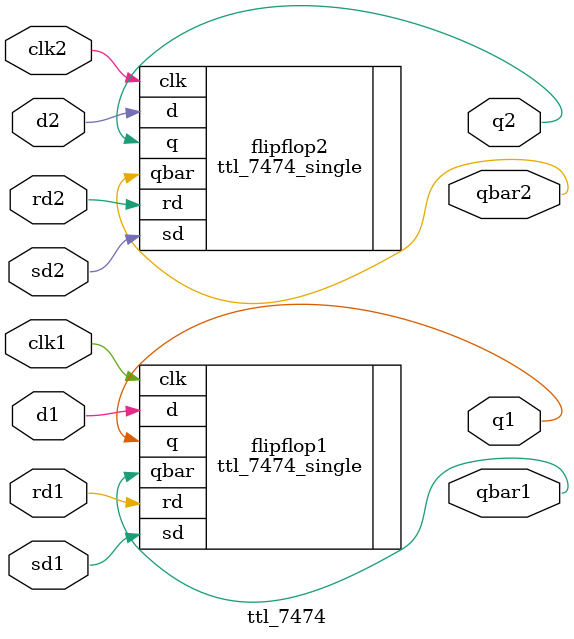
<source format=v>
module ttl_7474(
    input rd1,
    input rd2,
    input sd1,
    input sd2,
    input d1,
    input d2,
    output q1,
    output q2,
    output qbar1,
    output qbar2,
    input clk1,
    input clk2
);
    ttl_7474_single flipflop1(
        .rd (rd1),
        .sd (sd1),
        .d (d1),
        .q (q1),
        .qbar (qbar1),
        .clk (clk1)
    );

    ttl_7474_single flipflop2(
        .rd (rd2),
        .sd (sd2),
        .d (d2),
        .q (q2),
        .qbar (qbar2),
        .clk (clk2)
    );
endmodule

</source>
